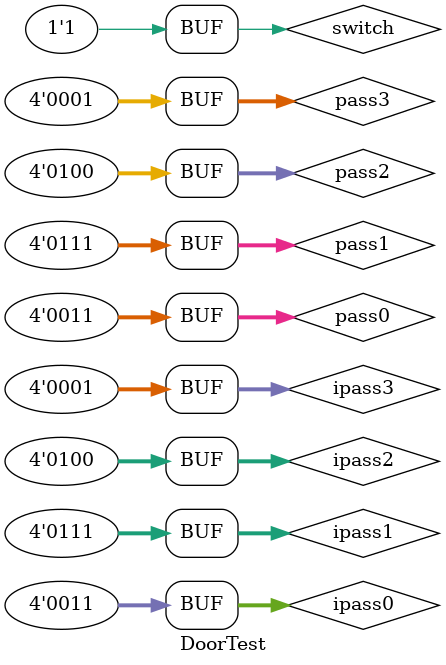
<source format=v>
`timescale 1ns / 1ps


module DoorTest;

	// Inputs
	reg [3:0] pass0;
	reg [3:0] pass1;
	reg [3:0] pass2;
	reg [3:0] pass3;
	reg [3:0] ipass0;
	reg [3:0] ipass1;
	reg [3:0] ipass2;
	reg [3:0] ipass3;
	reg switch;

	// Outputs
	wire unlock;

	// Instantiate the Unit Under Test (UUT)
	Door uut (
		.pass0(pass0), 
		.pass1(pass1), 
		.pass2(pass2), 
		.pass3(pass3), 
		.ipass0(ipass0), 
		.ipass1(ipass1), 
		.ipass2(ipass2), 
		.ipass3(ipass3), 
		.switch(switch), 
		.unlock(unlock)
	);

	initial begin
		// Initialize Inputs
		pass0 = 0;
		pass1 = 0;
		pass2 = 0;
		pass3 = 0;
		ipass0 = 0;
		ipass1 = 0;
		ipass2 = 0;
		ipass3 = 0;
		switch = 0;

		// Wait 100 ns for global reset to finish
		#100;
        
		// Add stimulus here
		// switch on the security system
		#10;
		switch = 1;
		// set password to 1473
		pass0 = 4'b0011;
		pass1 = 4'b0111;
		pass2 = 4'b0100;
		pass3 = 4'b0001;
		
		#10;
		// input password 1562
		ipass0 = 4'b0010;
		ipass1 = 4'b0110;
		ipass2 = 4'b0101;
		ipass3 = 4'b0001;
		#10; if (unlock == 0) $display("password is wrong");
		else $display("welcome!!");
		
		#10;
		// input password 1473
		ipass0 = 4'b0011;
		ipass1 = 4'b0111;
		ipass2 = 4'b0100;
		ipass3 = 4'b0001;
		#10; if (unlock == 0) $display("password is wrong");
		else $display("welcome!!");
		
	end
      
endmodule


</source>
